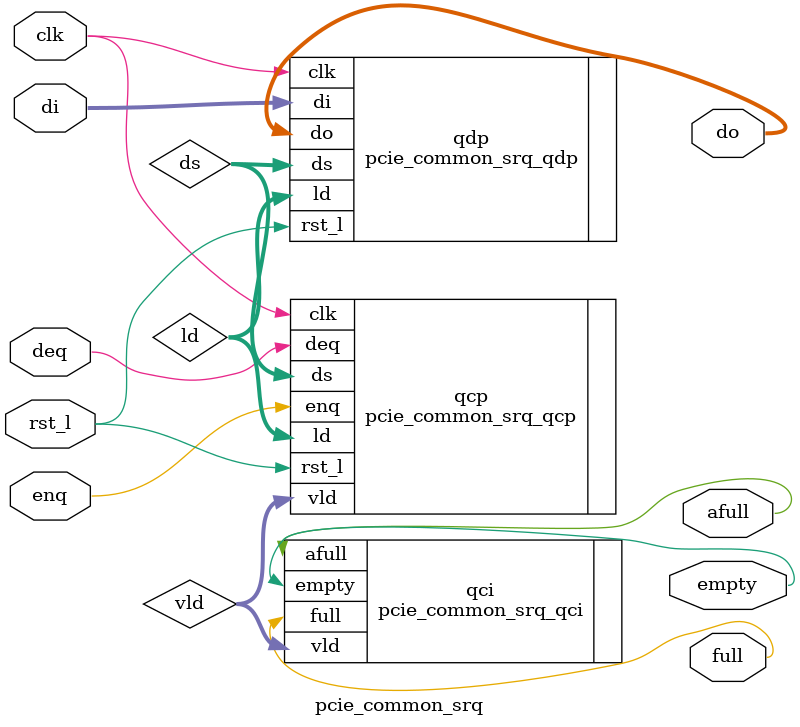
<source format=v>
module pcie_common_srq (
			clk,
  			rst_l,
			enq,
			deq,
			di,
			do,
			empty,
			full,
			afull
			);

// ----------------------------------------------------------------------------
// Parameters
// ----------------------------------------------------------------------------
  parameter	QD = 4,				// queue depth
		QW = 8;				// queue width

// ----------------------------------------------------------------------------
// Ports
// ----------------------------------------------------------------------------
  input			clk;			// clock
  input 		rst_l;			// reset

  input 		enq;			// enqueue
  input 		deq;			// dequeue
  
  input  [QW-1:0] 	di;			// data in

  output [QW-1:0] 	do;			// data out

  output		empty;			// empty
  output		full;			// full
  output		afull;			// almost full

// ----------------------------------------------------------------------------
// Variables
// ----------------------------------------------------------------------------

  wire [QW-1:0] 	do;
  wire			empty;
  wire			full;
  wire			afull;

  wire [QD-1:0] 	vld;
  wire [QD-1:0] 	ld;
  wire [QD-2:0] 	ds;
  
// ----------------------------------------------------------------------------
// Zero In Checkers
// ----------------------------------------------------------------------------

  //0in fifo -enq enq -deq deq -depth QD -enq_data di -deq_data do

// ----------------------------------------------------------------------------
// Instantiations
// ----------------------------------------------------------------------------

  pcie_common_srq_qdp #(QD, QW)	qdp (
				     .clk	(clk),
				     .rst_l	(rst_l),
				     .ld	(ld),
				     .ds	(ds),
				     .di	(di),
				     .do	(do)
				     );

  pcie_common_srq_qcp #(QD)	qcp (
				     .clk	(clk),
				     .rst_l	(rst_l),
				     .enq	(enq),
				     .deq	(deq),
				     .ld	(ld),
				     .ds	(ds),
				     .vld	(vld)
				     );

  pcie_common_srq_qci #(QD)	qci (
				     .vld	(vld),
				     .empty	(empty),
				     .full	(full),
				     .afull	(afull)
				     );

endmodule // pcie_common_srq


</source>
